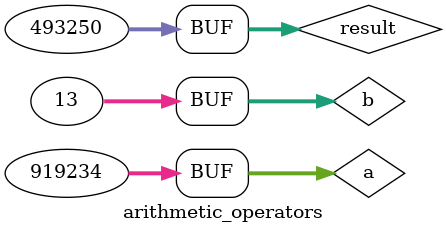
<source format=v>

module arithmetic_operators();

    integer a = 2;
    integer b = 3;
    integer result;

    initial begin
        $monitor("MON a = %d, b = %d, result = %d", a, b, result);
    end

    initial begin
        result = a ** b; //exponential
        #1;
        result = b ** a;

        #1;
        a = 177;
        b = 12;
        result = a * b; //multiplication
	#1;
	result = b * a;

        #1;
        a = 199;
        b = 19;
        result = a / b;

        #1;
        a = 199;
        b = 19;
        result = a % b; //remainder

        #1;
        a = 199;
        b = -19;
        result = a % b; //negative remainder

        #1;
        a = 4199;
        b = -2319;
        result = a + b;

        #1;
        a = 19234;
        b = -16;
        result = a - b;

        //always use parenthesys when complex operations are performed
        #1;
        a = 919234;
        b = 13;
        result = a - (b*(2**15));
    end

endmodule
</source>
